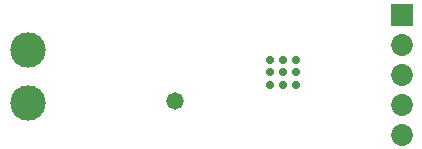
<source format=gbr>
%FSTAX23Y23*%
%MOIN*%
%SFA1B1*%

%IPPOS*%
%ADD38C,0.118236*%
%ADD39C,0.072960*%
%ADD40R,0.072960X0.072960*%
%ADD41C,0.058000*%
%ADD42C,0.027685*%
%LNpcb1_soldermask_bot-1*%
%LPD*%
G54D38*
X00089Y00395D03*
Y00217D03*
G54D39*
X01335Y00112D03*
Y00212D03*
Y00412D03*
Y00312D03*
G54D40*
X01335Y00512D03*
G54D41*
X0058Y00225D03*
G54D42*
X00982Y00276D03*
X00939D03*
X00896D03*
X00982Y00319D03*
X00939D03*
X00896D03*
X00982Y00362D03*
X00939D03*
X00896D03*
M02*
</source>
